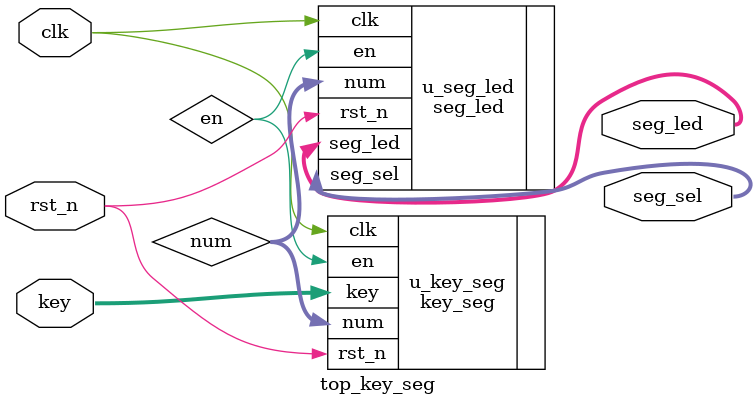
<source format=v>
module top_key_seg (
    input   clk,
    input   rst_n,
    input   [3:0]   key,

    output  [5:0]   seg_sel,
    output  [7:0]   seg_led
);
    
wire                en ;
wire        [23:0]  num;
parameter           MMAX = 22'd2500_000;

key_seg #(.MAX_NUM(MMAX))u_key_seg(
    .clk            (clk),
    .rst_n          (rst_n),
    .key            (key),

    .num            (num),
    .en             (en),
);

seg_led u_seg_led(
    .clk            (clk),
    .rst_n          (rst_n),
    .en             (en),
    .num            (num),

    .seg_sel        (seg_sel),
    .seg_led        (seg_led) 
);

endmodule
</source>
